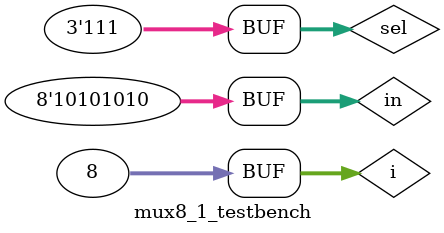
<source format=sv>
`timescale 10ps/1fs
module mux8_1(in, sel, out);
	input logic [7:0] in;
	input logic [2:0] sel;
	output logic out;
	logic [1:0] w;
	
	mux4_1 mux411 (.in(in[3:0]), .sel(sel[1:0]), .out(w[0]));
	mux4_1 mux412 (.in(in[7:4]), .sel(sel[1:0]), .out(w[1]));
	mux2_1 mux211 (.in(w[1:0]),  .sel(sel[2]),   .out(out));
	
endmodule

module mux8_1_testbench();
	logic [7:0] in;
	logic [2:0] sel;
	logic out;
	
	mux8_1 dut (.*);
	
	integer i;
	initial begin
	   in = 7'b0;
		for (i = 0; i < 8; i++) begin
			in[i] = i; sel = i; #100;
		end
	end
	
endmodule


</source>
